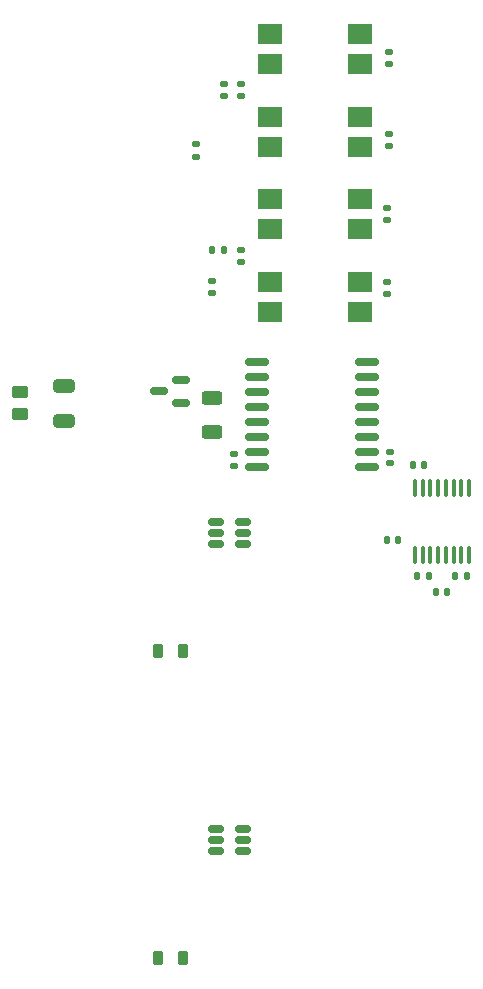
<source format=gbr>
%TF.GenerationSoftware,KiCad,Pcbnew,6.0.5+dfsg-1~bpo11+1*%
%TF.CreationDate,2023-01-13T20:51:22+00:00*%
%TF.ProjectId,nascontrol-remote,6e617363-6f6e-4747-926f-6c2d72656d6f,rev?*%
%TF.SameCoordinates,Original*%
%TF.FileFunction,Paste,Top*%
%TF.FilePolarity,Positive*%
%FSLAX46Y46*%
G04 Gerber Fmt 4.6, Leading zero omitted, Abs format (unit mm)*
G04 Created by KiCad (PCBNEW 6.0.5+dfsg-1~bpo11+1) date 2023-01-13 20:51:22*
%MOMM*%
%LPD*%
G01*
G04 APERTURE LIST*
G04 Aperture macros list*
%AMRoundRect*
0 Rectangle with rounded corners*
0 $1 Rounding radius*
0 $2 $3 $4 $5 $6 $7 $8 $9 X,Y pos of 4 corners*
0 Add a 4 corners polygon primitive as box body*
4,1,4,$2,$3,$4,$5,$6,$7,$8,$9,$2,$3,0*
0 Add four circle primitives for the rounded corners*
1,1,$1+$1,$2,$3*
1,1,$1+$1,$4,$5*
1,1,$1+$1,$6,$7*
1,1,$1+$1,$8,$9*
0 Add four rect primitives between the rounded corners*
20,1,$1+$1,$2,$3,$4,$5,0*
20,1,$1+$1,$4,$5,$6,$7,0*
20,1,$1+$1,$6,$7,$8,$9,0*
20,1,$1+$1,$8,$9,$2,$3,0*%
G04 Aperture macros list end*
%ADD10RoundRect,0.140000X-0.140000X-0.170000X0.140000X-0.170000X0.140000X0.170000X-0.140000X0.170000X0*%
%ADD11RoundRect,0.218750X-0.218750X-0.381250X0.218750X-0.381250X0.218750X0.381250X-0.218750X0.381250X0*%
%ADD12RoundRect,0.150000X-0.512500X-0.150000X0.512500X-0.150000X0.512500X0.150000X-0.512500X0.150000X0*%
%ADD13R,2.000000X1.780000*%
%ADD14RoundRect,0.250000X0.625000X-0.312500X0.625000X0.312500X-0.625000X0.312500X-0.625000X-0.312500X0*%
%ADD15RoundRect,0.135000X0.185000X-0.135000X0.185000X0.135000X-0.185000X0.135000X-0.185000X-0.135000X0*%
%ADD16RoundRect,0.150000X0.875000X0.150000X-0.875000X0.150000X-0.875000X-0.150000X0.875000X-0.150000X0*%
%ADD17RoundRect,0.135000X-0.185000X0.135000X-0.185000X-0.135000X0.185000X-0.135000X0.185000X0.135000X0*%
%ADD18RoundRect,0.250000X-0.650000X0.325000X-0.650000X-0.325000X0.650000X-0.325000X0.650000X0.325000X0*%
%ADD19RoundRect,0.140000X0.170000X-0.140000X0.170000X0.140000X-0.170000X0.140000X-0.170000X-0.140000X0*%
%ADD20RoundRect,0.150000X0.587500X0.150000X-0.587500X0.150000X-0.587500X-0.150000X0.587500X-0.150000X0*%
%ADD21RoundRect,0.100000X0.100000X-0.637500X0.100000X0.637500X-0.100000X0.637500X-0.100000X-0.637500X0*%
%ADD22RoundRect,0.140000X0.140000X0.170000X-0.140000X0.170000X-0.140000X-0.170000X0.140000X-0.170000X0*%
%ADD23RoundRect,0.135000X0.135000X0.185000X-0.135000X0.185000X-0.135000X-0.185000X0.135000X-0.185000X0*%
%ADD24RoundRect,0.250000X-0.450000X0.262500X-0.450000X-0.262500X0.450000X-0.262500X0.450000X0.262500X0*%
G04 APERTURE END LIST*
D10*
%TO.C,C202*%
X137500000Y-111000000D03*
X138460000Y-111000000D03*
%TD*%
D11*
%TO.C,FB302*%
X113937500Y-116000000D03*
X116062500Y-116000000D03*
%TD*%
D12*
%TO.C,U301*%
X118862500Y-131050000D03*
X118862500Y-132000000D03*
X118862500Y-132950000D03*
X121137500Y-132950000D03*
X121137500Y-132000000D03*
X121137500Y-131050000D03*
%TD*%
D10*
%TO.C,C201*%
X135920000Y-109600000D03*
X136880000Y-109600000D03*
%TD*%
D13*
%TO.C,U102*%
X123465000Y-84730000D03*
X123465000Y-87270000D03*
X131085000Y-87270000D03*
X131085000Y-84730000D03*
%TD*%
D14*
%TO.C,R201*%
X118500000Y-97462500D03*
X118500000Y-94537500D03*
%TD*%
D15*
%TO.C,R105*%
X118550000Y-85660000D03*
X118550000Y-84640000D03*
%TD*%
D16*
%TO.C,U202*%
X131650000Y-100370000D03*
X131650000Y-99100000D03*
X131650000Y-97830000D03*
X131650000Y-96560000D03*
X131650000Y-95290000D03*
X131650000Y-94020000D03*
X131650000Y-92750000D03*
X131650000Y-91480000D03*
X122350000Y-91480000D03*
X122350000Y-92750000D03*
X122350000Y-94020000D03*
X122350000Y-95290000D03*
X122350000Y-96560000D03*
X122350000Y-97830000D03*
X122350000Y-99100000D03*
X122350000Y-100370000D03*
%TD*%
D17*
%TO.C,R102*%
X121000000Y-67990000D03*
X121000000Y-69010000D03*
%TD*%
D15*
%TO.C,R107*%
X117200000Y-74110000D03*
X117200000Y-73090000D03*
%TD*%
D13*
%TO.C,U104*%
X131085000Y-73270000D03*
X131085000Y-70730000D03*
X123465000Y-70730000D03*
X123465000Y-73270000D03*
%TD*%
D18*
%TO.C,C101*%
X106000000Y-93525000D03*
X106000000Y-96475000D03*
%TD*%
D19*
%TO.C,C207*%
X133600000Y-100080000D03*
X133600000Y-99120000D03*
%TD*%
D13*
%TO.C,U101*%
X123465000Y-77730000D03*
X123465000Y-80270000D03*
X131085000Y-80270000D03*
X131085000Y-77730000D03*
%TD*%
D20*
%TO.C,D201*%
X115937500Y-94950000D03*
X115937500Y-93050000D03*
X114062500Y-94000000D03*
%TD*%
D17*
%TO.C,R104*%
X121000000Y-81990000D03*
X121000000Y-83010000D03*
%TD*%
D10*
%TO.C,C206*%
X135520000Y-100200000D03*
X136480000Y-100200000D03*
%TD*%
D17*
%TO.C,R111*%
X133500000Y-72240000D03*
X133500000Y-73260000D03*
%TD*%
%TO.C,R106*%
X119500000Y-67990000D03*
X119500000Y-69010000D03*
%TD*%
D21*
%TO.C,U201*%
X135725000Y-107862500D03*
X136375000Y-107862500D03*
X137025000Y-107862500D03*
X137675000Y-107862500D03*
X138325000Y-107862500D03*
X138975000Y-107862500D03*
X139625000Y-107862500D03*
X140275000Y-107862500D03*
X140275000Y-102137500D03*
X139625000Y-102137500D03*
X138975000Y-102137500D03*
X138325000Y-102137500D03*
X137675000Y-102137500D03*
X137025000Y-102137500D03*
X136375000Y-102137500D03*
X135725000Y-102137500D03*
%TD*%
D13*
%TO.C,U103*%
X131085000Y-66270000D03*
X131085000Y-63730000D03*
X123465000Y-63730000D03*
X123465000Y-66270000D03*
%TD*%
D22*
%TO.C,C203*%
X134280000Y-106600000D03*
X133320000Y-106600000D03*
%TD*%
D11*
%TO.C,FB301*%
X113937500Y-142000000D03*
X116062500Y-142000000D03*
%TD*%
D17*
%TO.C,R103*%
X133300000Y-84740000D03*
X133300000Y-85760000D03*
%TD*%
D23*
%TO.C,R110*%
X119510000Y-82000000D03*
X118490000Y-82000000D03*
%TD*%
D10*
%TO.C,C204*%
X139120000Y-109600000D03*
X140080000Y-109600000D03*
%TD*%
D24*
%TO.C,R109*%
X102250000Y-94087500D03*
X102250000Y-95912500D03*
%TD*%
D19*
%TO.C,C205*%
X120400000Y-100280000D03*
X120400000Y-99320000D03*
%TD*%
D12*
%TO.C,U302*%
X118862500Y-105050000D03*
X118862500Y-106000000D03*
X118862500Y-106950000D03*
X121137500Y-106950000D03*
X121137500Y-106000000D03*
X121137500Y-105050000D03*
%TD*%
D17*
%TO.C,R108*%
X133500000Y-65240000D03*
X133500000Y-66260000D03*
%TD*%
%TO.C,R101*%
X133300000Y-78490000D03*
X133300000Y-79510000D03*
%TD*%
M02*

</source>
